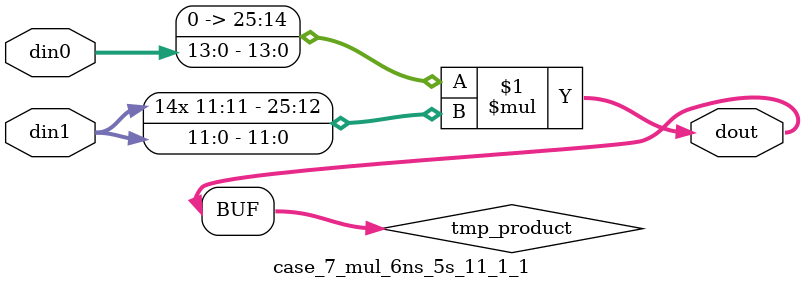
<source format=v>

`timescale 1 ns / 1 ps

 (* use_dsp = "no" *)  module case_7_mul_6ns_5s_11_1_1(din0, din1, dout);
parameter ID = 1;
parameter NUM_STAGE = 0;
parameter din0_WIDTH = 14;
parameter din1_WIDTH = 12;
parameter dout_WIDTH = 26;

input [din0_WIDTH - 1 : 0] din0; 
input [din1_WIDTH - 1 : 0] din1; 
output [dout_WIDTH - 1 : 0] dout;

wire signed [dout_WIDTH - 1 : 0] tmp_product;

























assign tmp_product = $signed({1'b0, din0}) * $signed(din1);










assign dout = tmp_product;





















endmodule

</source>
